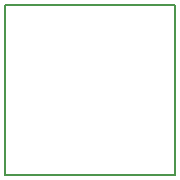
<source format=gm1>
%TF.GenerationSoftware,KiCad,Pcbnew,(5.0.0-rc2-18-g3893c43eb)*%
%TF.CreationDate,2018-05-30T13:16:08+02:00*%
%TF.ProjectId,micro_first,6D6963726F5F66697273742E6B696361,rev?*%
%TF.SameCoordinates,Original*%
%TF.FileFunction,Profile,NP*%
%FSLAX46Y46*%
G04 Gerber Fmt 4.6, Leading zero omitted, Abs format (unit mm)*
G04 Created by KiCad (PCBNEW (5.0.0-rc2-18-g3893c43eb)) date 05/30/18 13:16:08*
%MOMM*%
%LPD*%
G01*
G04 APERTURE LIST*
%ADD10C,0.150000*%
G04 APERTURE END LIST*
D10*
X143300000Y-105700000D02*
X143300000Y-91400000D01*
X157700000Y-105700000D02*
X143300000Y-105700000D01*
X157700000Y-91300000D02*
X157700000Y-105700000D01*
X143300000Y-91300000D02*
X157700000Y-91300000D01*
M02*

</source>
